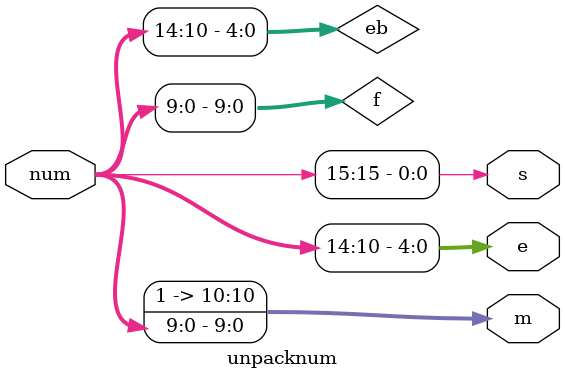
<source format=sv>


module fma16(
  input  logic [15:0] x, y, z,
  input  logic        mul, add, negp, negz,
  input  logic [1:0]  roundmode,  // 00: rz, 01: rne, 10: rp, 11: rn
  output logic [15:0] result);
 
  logic [10:0] xm, ym, zm;
  logic [4:0]  xe, ye, ze;
  logic        xs, ys, zs;
  logic        zs1; // sign before optional negation
  logic [21:0] pm;
  logic [5:0]  pe;
  logic        ps;  // sign of product
  logic [22:0] rm;
  logic [6:0]  re;
  logic        rs;

  unpack unpack(x, y, z, xm, ym, zm, xe, ye, ze, xs, ys, zs1);  // unpack inputs
  signadj signadj(negp, negz, xs, ys, zs1, ps, zs);             // handle negations
  mult m(mul, xm, ym, xe, ye, pm, pe);                       // p = x * y
  add a(add, pm, zm, pe, ze, ps, zs, rm, re, rs);             // r = z + p
  postproc post(roundmode, rm, re, rs, result);                 // normalize, round, pack
endmodule

module mult(
  input  logic        mul,
  input  logic [10:0] xm, ym,
  input  logic [4:0]  xe, ye,
  output logic [21:0] pm,
  output logic [5:0]  pe);

  // only multiply if mul = 1
  assign pm = mul ? xm * ym : {1'b0, xm, 10'b0};       // multiply mantiassas 
  assign pe = mul ? xe + ye : {1'b0, xe};  
endmodule

module add(
  input  logic        add,
  input  logic [21:0] pm, 
  input  logic [10:0] zm,
  input  logic [5:0]  pe, 
  input  logic [4:0]  ze,
  input  logic        ps, zs,
  output logic [22:0] rm,
  output logic [6:0]  re,
  output logic        rs);

  logic [22:0] arm;
  logic [6:0]  are;
  logic        ars;

  /*
  alignshift as(pe, ze, zm, zmaligned);
  condneg cnp(pm, ps, pmn);
  condneg cnz(zm, zs, zmn);
  assign 
  */
  
  // add or pass product through
  assign rm = add ? arm : {1'b0, pm};
  assign re = add ? are : {1'b0, pe};
  assign rs = add ? ars : ps;
endmodule

module postproc(
  input  logic [1:0] roundmode,
  input  logic [22:0] rm,
  input  logic [6:0]  re,
  input  logic        rs,
  output logic [15:0] result);

  logic [9:0] uf, uff;
  logic [6:0] ue;
  logic [6:0] ueb, uebiased;
  
  always_comb 
    if (rm[21]) begin // normalization right shift by 1 and bump up exponent;
        ue = re + 7'b1;
        uf = rm[20:11];
    end else begin // no normalization shift needed
        ue = re;
        uf = rm[19:10];
    end

  // overflow
  always_comb begin
    ueb = ue-7'd15;
    if (ue >= 7'd46) begin // overflow
      uebiased = 7'd30;
      uff = 10'h3ff;
    end else begin
      uebiased = ue-7'd15;
      uff = uf;
    end
  end
  
  assign result = {rs, uebiased[4:0], uff};

  // add special case handling for zeros, NaN, Infinity
endmodule

module signadj(
  input  logic negx, negz,
  input  logic xs, ys, zs1,
  output logic ps, zs);

  assign ps = xs ^ ys ^ negx; // sign of product
  assign zs = zs1 ^ negz; // 
endmodule

module unpack(
  input  logic [15:0] x, y, z,
  output logic [10:0] xm, ym, zm,
  output logic [4:0]  xe, ye, ze,
  output logic        xs, ys, zs);

  unpacknum upx(x, xm, xe, xs);
  unpacknum upy(y, ym, ye, ys);
  unpacknum upz(z, zm, ze, zs);
endmodule

module unpacknum(
  input logic  [15:0] num,
  output logic [10:0] m,
  output logic [4:0]  e,
  output logic        s);

  logic [9:0] f;  // fraction without leading 1
  logic [4:0] eb; // biased exponent

  assign {s, eb, f} = num; // pull bit fields out of floating-point number
  assign m = {1'b1, f}; // prepend leading 1 to fraction
  assign e = eb;   // leave bias in exponent ***
endmodule



</source>
